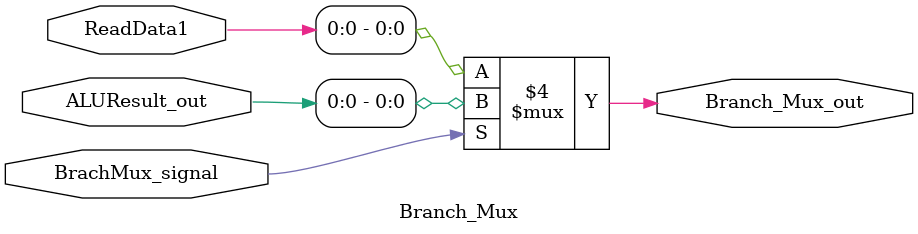
<source format=v>
`timescale 1ns / 1ps


module Branch_Mux(BrachMux_signal,ALUResult_out,ReadData1,Branch_Mux_out);
    input BrachMux_signal;
    input [31:0] ALUResult_out,ReadData1;
    output reg Branch_Mux_out;
    
    always@(BrachMux_signal,ALUResult_out,ReadData1) begin
        if(BrachMux_signal==1) begin
            Branch_Mux_out<=ALUResult_out;
        end
        else begin
            Branch_Mux_out<=ReadData1;
        end
    
    end

endmodule

</source>
